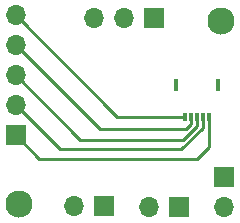
<source format=gtl>
%TF.GenerationSoftware,KiCad,Pcbnew,(6.0.7)*%
%TF.CreationDate,2023-03-06T16:25:38-05:00*%
%TF.ProjectId,joycon,6a6f7963-6f6e-42e6-9b69-6361645f7063,rev?*%
%TF.SameCoordinates,Original*%
%TF.FileFunction,Copper,L1,Top*%
%TF.FilePolarity,Positive*%
%FSLAX46Y46*%
G04 Gerber Fmt 4.6, Leading zero omitted, Abs format (unit mm)*
G04 Created by KiCad (PCBNEW (6.0.7)) date 2023-03-06 16:25:38*
%MOMM*%
%LPD*%
G01*
G04 APERTURE LIST*
%TA.AperFunction,WasherPad*%
%ADD10C,2.300000*%
%TD*%
%TA.AperFunction,ComponentPad*%
%ADD11R,1.700000X1.700000*%
%TD*%
%TA.AperFunction,ComponentPad*%
%ADD12O,1.700000X1.700000*%
%TD*%
%TA.AperFunction,SMDPad,CuDef*%
%ADD13R,0.300000X1.000000*%
%TD*%
%TA.AperFunction,SMDPad,CuDef*%
%ADD14R,0.300000X0.700000*%
%TD*%
%TA.AperFunction,Conductor*%
%ADD15C,0.250000*%
%TD*%
G04 APERTURE END LIST*
D10*
%TO.P,REF\u002A\u002A,*%
%TO.N,*%
X131100000Y-105000000D03*
%TD*%
%TO.P,REF\u002A\u002A,*%
%TO.N,*%
X148200000Y-89500000D03*
%TD*%
D11*
%TO.P,J3,1,Pin_1*%
%TO.N,Net-(J7-Pad1)*%
X142525000Y-89225000D03*
D12*
%TO.P,J3,2,Pin_2*%
%TO.N,Net-(J8-Pad1)*%
X139985000Y-89225000D03*
%TO.P,J3,3,Pin_3*%
%TO.N,Net-(J9-Pad1)*%
X137445000Y-89225000D03*
%TD*%
D11*
%TO.P,J2,1,Pin_1*%
%TO.N,Net-(J1-Pad1)*%
X130800000Y-99160000D03*
D12*
%TO.P,J2,2,Pin_2*%
%TO.N,Net-(J1-Pad2)*%
X130800000Y-96620000D03*
%TO.P,J2,3,Pin_3*%
%TO.N,Net-(J1-Pad3)*%
X130800000Y-94080000D03*
%TO.P,J2,4,Pin_4*%
%TO.N,GND*%
X130800000Y-91540000D03*
%TO.P,J2,5,Pin_5*%
%TO.N,Net-(J1-Pad5)*%
X130800000Y-89000000D03*
%TD*%
D11*
%TO.P,J7,1,Pin_1*%
%TO.N,Net-(J7-Pad1)*%
X148400000Y-102700000D03*
D12*
%TO.P,J7,2,Pin_2*%
%TO.N,GND*%
X148400000Y-105240000D03*
%TD*%
D11*
%TO.P,J8,1,Pin_1*%
%TO.N,Net-(J8-Pad1)*%
X144650000Y-105225000D03*
D12*
%TO.P,J8,2,Pin_2*%
%TO.N,GND*%
X142110000Y-105225000D03*
%TD*%
D11*
%TO.P,J9,1,Pin_1*%
%TO.N,Net-(J9-Pad1)*%
X138300000Y-105200000D03*
D12*
%TO.P,J9,2,Pin_2*%
%TO.N,GND*%
X135760000Y-105200000D03*
%TD*%
D13*
%TO.P,J1,MP2*%
%TO.N,N/C*%
X144360000Y-94950000D03*
%TO.P,J1,MP1*%
X147940000Y-94950000D03*
D14*
%TO.P,J1,5,Pin_5*%
%TO.N,Net-(J1-Pad5)*%
X145150000Y-97600000D03*
%TO.P,J1,4,Pin_4*%
%TO.N,GND*%
X145650000Y-97600000D03*
%TO.P,J1,3,Pin_3*%
%TO.N,Net-(J1-Pad3)*%
X146150000Y-97600000D03*
%TO.P,J1,2,Pin_2*%
%TO.N,Net-(J1-Pad2)*%
X146650000Y-97600000D03*
%TO.P,J1,1,Pin_1*%
%TO.N,Net-(J1-Pad1)*%
X147150000Y-97600000D03*
%TD*%
D15*
%TO.N,Net-(J1-Pad1)*%
X147150000Y-100150000D02*
X146140000Y-101160000D01*
X132800000Y-101160000D02*
X146140000Y-101160000D01*
X147150000Y-97600000D02*
X147150000Y-100150000D01*
X130800000Y-99160000D02*
X132800000Y-101160000D01*
%TO.N,Net-(J1-Pad2)*%
X130800000Y-96620000D02*
X134540000Y-100360000D01*
X134540000Y-100360000D02*
X144812792Y-100360000D01*
X146650000Y-98522792D02*
X146650000Y-97600000D01*
X144812792Y-100360000D02*
X146650000Y-98522792D01*
%TO.N,Net-(J1-Pad3)*%
X144976396Y-99560000D02*
X146150000Y-98386396D01*
X130800000Y-94080000D02*
X136280000Y-99560000D01*
X146150000Y-98386396D02*
X146150000Y-97600000D01*
X136280000Y-99560000D02*
X144976396Y-99560000D01*
%TO.N,Net-(J1-Pad5)*%
X130800000Y-89000000D02*
X139400000Y-97600000D01*
X139400000Y-97600000D02*
X145150000Y-97600000D01*
%TO.N,GND*%
X137920000Y-98660000D02*
X145240000Y-98660000D01*
X145650000Y-97938604D02*
X145625000Y-97963604D01*
X145650000Y-98250000D02*
X145650000Y-97600000D01*
X145240000Y-98660000D02*
X145650000Y-98250000D01*
X130800000Y-91540000D02*
X137920000Y-98660000D01*
X145650000Y-97600000D02*
X145650000Y-97938604D01*
%TD*%
M02*

</source>
